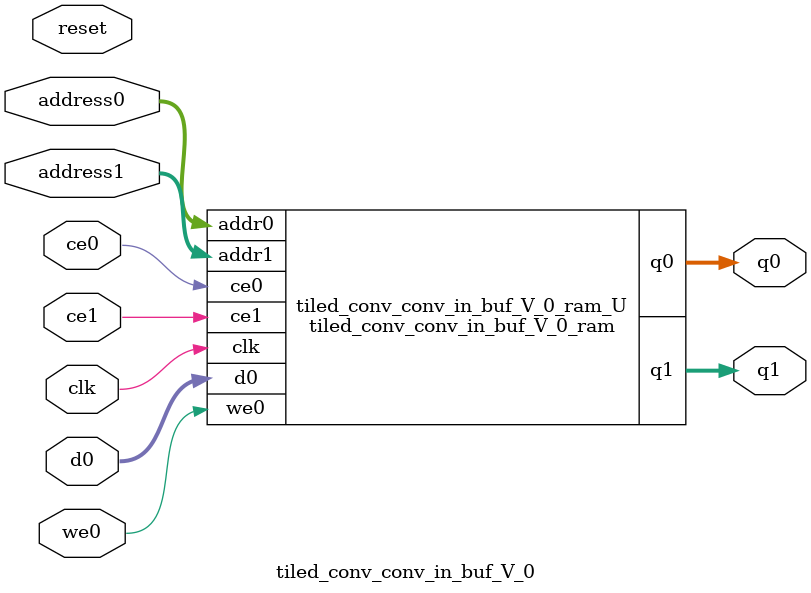
<source format=v>
`timescale 1 ns / 1 ps
module tiled_conv_conv_in_buf_V_0_ram (addr0, ce0, d0, we0, q0, addr1, ce1, q1,  clk);

parameter DWIDTH = 16;
parameter AWIDTH = 8;
parameter MEM_SIZE = 156;

input[AWIDTH-1:0] addr0;
input ce0;
input[DWIDTH-1:0] d0;
input we0;
output reg[DWIDTH-1:0] q0;
input[AWIDTH-1:0] addr1;
input ce1;
output reg[DWIDTH-1:0] q1;
input clk;

reg [DWIDTH-1:0] ram[0:MEM_SIZE-1];




always @(posedge clk)  
begin 
    if (ce0) begin
        if (we0) 
            ram[addr0] <= d0; 
        q0 <= ram[addr0];
    end
end


always @(posedge clk)  
begin 
    if (ce1) begin
        q1 <= ram[addr1];
    end
end


endmodule

`timescale 1 ns / 1 ps
module tiled_conv_conv_in_buf_V_0(
    reset,
    clk,
    address0,
    ce0,
    we0,
    d0,
    q0,
    address1,
    ce1,
    q1);

parameter DataWidth = 32'd16;
parameter AddressRange = 32'd156;
parameter AddressWidth = 32'd8;
input reset;
input clk;
input[AddressWidth - 1:0] address0;
input ce0;
input we0;
input[DataWidth - 1:0] d0;
output[DataWidth - 1:0] q0;
input[AddressWidth - 1:0] address1;
input ce1;
output[DataWidth - 1:0] q1;



tiled_conv_conv_in_buf_V_0_ram tiled_conv_conv_in_buf_V_0_ram_U(
    .clk( clk ),
    .addr0( address0 ),
    .ce0( ce0 ),
    .we0( we0 ),
    .d0( d0 ),
    .q0( q0 ),
    .addr1( address1 ),
    .ce1( ce1 ),
    .q1( q1 ));

endmodule


</source>
